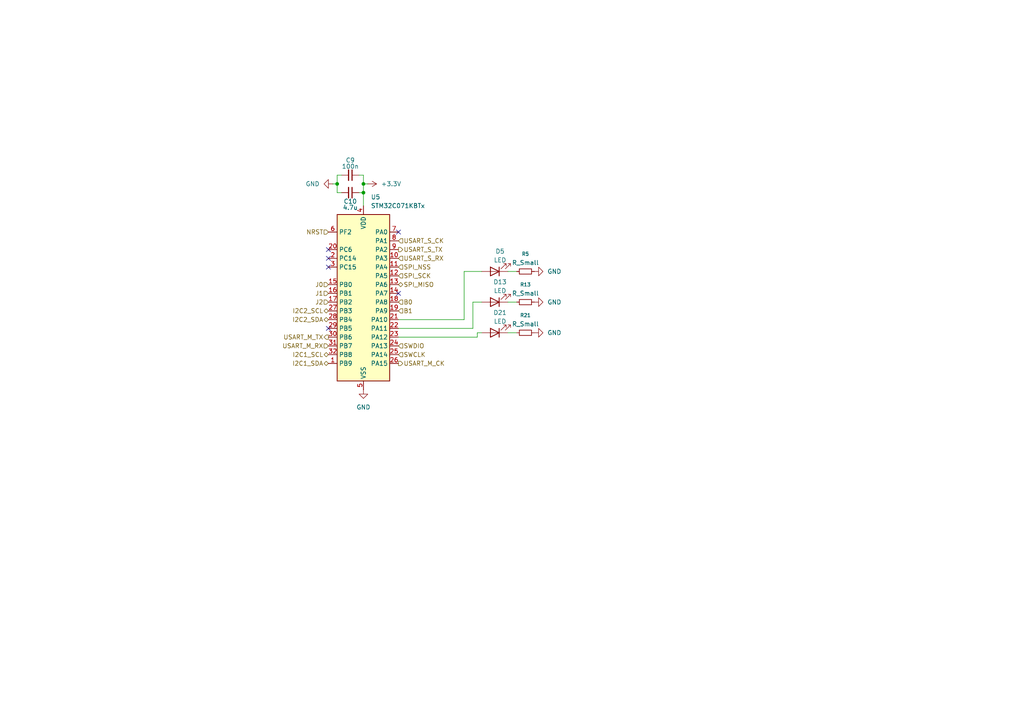
<source format=kicad_sch>
(kicad_sch (version 20250114) (generator "eeschema") (generator_version "9.0")
  (paper "A4")
  (lib_symbols
    (symbol "Device:C_Small" (pin_numbers (hide yes)) (pin_names (offset 0.254) (hide yes))
      (property "Reference" "C" (at 0.254 1.778 0))
      (property "Value" "C_Small" (at 0.254 -2.032 0))
      (symbol "C_Small_0_1"
        (polyline (pts (xy -1.524 0.508) (xy 1.524 0.508)) (stroke (width 0.3048)))
        (polyline (pts (xy -1.524 -0.508) (xy 1.524 -0.508)) (stroke (width 0.3302)))
      )
      (symbol "C_Small_1_1"
        (pin passive line (at 0 2.54 270) (length 2.032) (name "~") (number "1"))
        (pin passive line (at 0 -2.54 90) (length 2.032) (name "~") (number "2"))
      )
    )
    (symbol "Device:LED" (pin_numbers (hide yes)) (pin_names (offset 1.016) (hide yes))
      (property "Reference" "D" (at 0 2.54 0))
      (property "Value" "LED" (at 0 -2.54 0))
      (symbol "LED_0_1"
        (polyline (pts (xy -3.048 -0.762) (xy -4.572 -2.286) (xy -3.81 -2.286) (xy -4.572 -2.286) (xy -4.572 -1.524)))
        (polyline (pts (xy -1.778 -0.762) (xy -3.302 -2.286) (xy -2.54 -2.286) (xy -3.302 -2.286) (xy -3.302 -1.524)))
        (polyline (pts (xy -1.27 0) (xy 1.27 0)))
        (polyline (pts (xy -1.27 -1.27) (xy -1.27 1.27)) (stroke (width 0.254)))
        (polyline (pts (xy 1.27 -1.27) (xy 1.27 1.27) (xy -1.27 0) (xy 1.27 -1.27)) (stroke (width 0.254)))
      )
      (symbol "LED_1_1"
        (pin passive line (at -3.81 0 0) (length 2.54) (name "K") (number "1"))
        (pin passive line (at 3.81 0 180) (length 2.54) (name "A") (number "2"))
      )
    )
    (symbol "Device:R_Small" (pin_numbers (hide yes)) (pin_names (offset 0.254) (hide yes))
      (property "Reference" "R" (at 0 0 90))
      (property "Value" "R_Small" (at 1.778 0 90))
      (symbol "R_Small_0_1"
        (rectangle (start -0.762 1.778) (end 0.762 -1.778) (stroke (width 0.2032)))
      )
      (symbol "R_Small_1_1"
        (pin passive line (at 0 2.54 270) (length 0.762) (name "~") (number "1"))
        (pin passive line (at 0 -2.54 90) (length 0.762) (name "~") (number "2"))
      )
    )
    (symbol "MCU_ST_STM32C0:STM32C071KBTx"
      (property "Reference" "U" (at -7.62 26.67 0))
      (property "Value" "STM32C071KBTx" (at 2.54 26.67 0))
      (symbol "STM32C071KBTx_0_1"
        (rectangle (start -7.62 -22.86) (end 7.62 25.4) (stroke (width 0.254)) (fill (type background)))
      )
      (symbol "STM32C071KBTx_1_1"
        (pin bidirectional line (at -10.16 20.32 0) (length 2.54) (name "PF2") (number "6"))
        (pin bidirectional line (at -10.16 15.24 0) (length 2.54) (name "PC6") (number "20"))
        (pin bidirectional line (at -10.16 12.7 0) (length 2.54) (name "PC14") (number "2"))
        (pin bidirectional line (at -10.16 10.16 0) (length 2.54) (name "PC15") (number "3"))
        (pin bidirectional line (at -10.16 5.08 0) (length 2.54) (name "PB0") (number "15"))
        (pin bidirectional line (at -10.16 2.54 0) (length 2.54) (name "PB1") (number "16"))
        (pin bidirectional line (at -10.16 0 0) (length 2.54) (name "PB2") (number "17"))
        (pin bidirectional line (at -10.16 -2.54 0) (length 2.54) (name "PB3") (number "27"))
        (pin bidirectional line (at -10.16 -5.08 0) (length 2.54) (name "PB4") (number "28"))
        (pin bidirectional line (at -10.16 -7.62 0) (length 2.54) (name "PB5") (number "29"))
        (pin bidirectional line (at -10.16 -10.16 0) (length 2.54) (name "PB6") (number "30"))
        (pin bidirectional line (at -10.16 -12.7 0) (length 2.54) (name "PB7") (number "31"))
        (pin bidirectional line (at -10.16 -15.24 0) (length 2.54) (name "PB8") (number "32"))
        (pin bidirectional line (at -10.16 -17.78 0) (length 2.54) (name "PB9") (number "1"))
        (pin power_in line (at 0 27.94 270) (length 2.54) (name "VDD") (number "4"))
        (pin power_in line (at 0 -25.4 90) (length 2.54) (name "VSS") (number "5"))
        (pin bidirectional line (at 10.16 20.32 180) (length 2.54) (name "PA0") (number "7"))
        (pin bidirectional line (at 10.16 17.78 180) (length 2.54) (name "PA1") (number "8"))
        (pin bidirectional line (at 10.16 15.24 180) (length 2.54) (name "PA2") (number "9"))
        (pin bidirectional line (at 10.16 12.7 180) (length 2.54) (name "PA3") (number "10"))
        (pin bidirectional line (at 10.16 10.16 180) (length 2.54) (name "PA4") (number "11"))
        (pin bidirectional line (at 10.16 7.62 180) (length 2.54) (name "PA5") (number "12"))
        (pin bidirectional line (at 10.16 5.08 180) (length 2.54) (name "PA6") (number "13"))
        (pin bidirectional line (at 10.16 2.54 180) (length 2.54) (name "PA7") (number "14"))
        (pin bidirectional line (at 10.16 0 180) (length 2.54) (name "PA8") (number "18"))
        (pin bidirectional line (at 10.16 -2.54 180) (length 2.54) (name "PA9") (number "19"))
        (pin bidirectional line (at 10.16 -5.08 180) (length 2.54) (name "PA10") (number "21"))
        (pin bidirectional line (at 10.16 -7.62 180) (length 2.54) (name "PA11") (number "22"))
        (pin bidirectional line (at 10.16 -10.16 180) (length 2.54) (name "PA12") (number "23"))
        (pin bidirectional line (at 10.16 -12.7 180) (length 2.54) (name "PA13") (number "24"))
        (pin bidirectional line (at 10.16 -15.24 180) (length 2.54) (name "PA14") (number "25"))
        (pin bidirectional line (at 10.16 -17.78 180) (length 2.54) (name "PA15") (number "26"))
      )
    )
    (symbol "power:+3.3V" (power) (pin_numbers (hide yes)) (pin_names (offset 0) (hide yes))
      (property "Value" "+3.3V" (at 0 3.556 0))
      (symbol "+3.3V_0_1"
        (polyline (pts (xy -0.762 1.27) (xy 0 2.54)))
        (polyline (pts (xy 0 2.54) (xy 0.762 1.27)))
        (polyline (pts (xy 0 0) (xy 0 2.54)))
      )
      (symbol "+3.3V_1_1"
        (pin power_in line (at 0 0 90) (length 0) (name "~") (number "1"))
      )
    )
    (symbol "power:GND" (power) (pin_numbers (hide yes)) (pin_names (offset 0) (hide yes))
      (property "Value" "GND" (at 0 -3.81 0))
      (symbol "GND_0_1"
        (polyline (pts (xy 0 0) (xy 0 -1.27) (xy 1.27 -1.27) (xy 0 -2.54) (xy -1.27 -1.27) (xy 0 -1.27)))
      )
      (symbol "GND_1_1"
        (pin power_in line (at 0 0 270) (length 0) (name "~") (number "1"))
      )
    )
  )
  (junction (at 97.79 53.34))
  (junction (at 105.41 53.34))
  (junction (at 105.41 55.88))
  (no_connect (at 95.25 77.47))
  (no_connect (at 115.57 85.09))
  (no_connect (at 95.25 72.39))
  (no_connect (at 115.57 67.31))
  (no_connect (at 95.25 95.25))
  (no_connect (at 95.25 74.93))
  (wire (pts (xy 149.86 96.52) (xy 147.32 96.52)))
  (wire (pts (xy 138.43 96.52) (xy 139.7 96.52)))
  (wire (pts (xy 147.32 78.74) (xy 149.86 78.74)))
  (wire (pts (xy 97.79 50.8) (xy 99.06 50.8)))
  (wire (pts (xy 137.16 87.63) (xy 139.7 87.63)))
  (wire (pts (xy 138.43 97.79) (xy 115.57 97.79)))
  (wire (pts (xy 115.57 95.25) (xy 137.16 95.25)))
  (wire (pts (xy 105.41 53.34) (xy 105.41 55.88)))
  (wire (pts (xy 97.79 50.8) (xy 97.79 53.34)))
  (wire (pts (xy 137.16 95.25) (xy 137.16 87.63)))
  (wire (pts (xy 147.32 87.63) (xy 149.86 87.63)))
  (wire (pts (xy 105.41 55.88) (xy 105.41 59.69)))
  (wire (pts (xy 97.79 53.34) (xy 97.79 55.88)))
  (wire (pts (xy 105.41 53.34) (xy 105.41 50.8)))
  (wire (pts (xy 104.14 50.8) (xy 105.41 50.8)))
  (wire (pts (xy 106.68 53.34) (xy 105.41 53.34)))
  (wire (pts (xy 115.57 92.71) (xy 134.62 92.71)))
  (wire (pts (xy 97.79 55.88) (xy 99.06 55.88)))
  (wire (pts (xy 96.52 53.34) (xy 97.79 53.34)))
  (wire (pts (xy 104.14 55.88) (xy 105.41 55.88)))
  (wire (pts (xy 138.43 96.52) (xy 138.43 97.79)))
  (wire (pts (xy 134.62 92.71) (xy 134.62 78.74)))
  (wire (pts (xy 134.62 78.74) (xy 139.7 78.74)))
  (hierarchical_label "I2C1_SDA" (shape bidirectional) (at 95.25 105.41 180))
  (hierarchical_label "USART_M_RX" (shape input) (at 95.25 100.33 180))
  (hierarchical_label "J0" (shape input) (at 95.25 82.55 180))
  (hierarchical_label "B1" (shape input) (at 115.57 90.17 0))
  (hierarchical_label "J2" (shape input) (at 95.25 87.63 180))
  (hierarchical_label "I2C1_SCL" (shape bidirectional) (at 95.25 102.87 180))
  (hierarchical_label "B0" (shape input) (at 115.57 87.63 0))
  (hierarchical_label "SWDIO" (shape input) (at 115.57 100.33 0))
  (hierarchical_label "J1" (shape input) (at 95.25 85.09 180))
  (hierarchical_label "USART_S_TX" (shape output) (at 115.57 72.39 0))
  (hierarchical_label "USART_S_CK" (shape input) (at 115.57 69.85 0))
  (hierarchical_label "I2C2_SDA" (shape bidirectional) (at 95.25 92.71 180))
  (hierarchical_label "USART_M_TX" (shape output) (at 95.25 97.79 180))
  (hierarchical_label "NRST" (shape input) (at 95.25 67.31 180))
  (hierarchical_label "USART_S_RX" (shape input) (at 115.57 74.93 0))
  (hierarchical_label "SPI_NSS" (shape input) (at 115.57 77.47 0))
  (hierarchical_label "USART_M_CK" (shape output) (at 115.57 105.41 0))
  (hierarchical_label "SPI_MISO" (shape bidirectional) (at 115.57 82.55 0))
  (hierarchical_label "I2C2_SCL" (shape bidirectional) (at 95.25 90.17 180))
  (hierarchical_label "SWCLK" (shape input) (at 115.57 102.87 0))
  (hierarchical_label "SPI_SCK" (shape input) (at 115.57 80.01 0))
  (symbol (lib_id "Device:R_Small") (at 152.4 78.74 90) (unit 1)
    (property "Reference" "R1" (at 152.4 73.66 90) (effects (font (size 1.016 1.016))))
    (property "Value" "R_Small" (at 152.4 76.2 90))
    (property "Footprint" "PCM_Resistor_SMD_AKL:R_0603_1608Metric_Pad0.98x0.95mm_HandSolder" (effects (hide yes)))
    (property "Description" "Resistor, small symbol" (effects (hide yes)))
    (instances (project "unit" (path "" (reference "R5") (unit 1)) (path "" (reference "R8") (unit 1)) (path "" (reference "R3") (unit 1)) (path "" (reference "R6") (unit 1)) (path "" (reference "R7") (unit 1)) (path "" (reference "R2") (unit 1)) (path "" (reference "R4") (unit 1)) (path "" (reference "R1") (unit 1))))
  )
  (symbol (lib_id "power:GND") (at 105.41 113.03 0) (unit 1)
    (property "Reference" "#PWR02" (effects (hide yes)))
    (property "Value" "GND" (at 105.41 118.11 0))
    (property "Description" "Power symbol creates a global label with name \"GND\" , ground" (effects (hide yes)))
    (instances (project "unit" (path "" (reference "#PWR014") (unit 1)) (path "" (reference "#PWR023") (unit 1)) (path "" (reference "#PWR08") (unit 1)) (path "" (reference "#PWR017") (unit 1)) (path "" (reference "#PWR020") (unit 1)) (path "" (reference "#PWR05") (unit 1)) (path "" (reference "#PWR011") (unit 1)) (path "" (reference "#PWR02") (unit 1))))
  )
  (symbol (lib_id "Device:LED") (at 143.51 96.52 180) (unit 1)
    (property "Reference" "D17" (at 145.034 90.678 0))
    (property "Value" "LED" (at 145.034 93.218 0))
    (property "Footprint" "LED_SMD:LED_0603_1608Metric_Pad1.05x0.95mm_HandSolder" (effects (hide yes)))
    (property "Description" "Light emitting diode" (effects (hide yes)))
    (property "Sim.Pins" "1=K 2=A" (effects (hide yes)))
    (instances (project "unit" (path "" (reference "D21") (unit 1)) (path "" (reference "D24") (unit 1)) (path "" (reference "D19") (unit 1)) (path "" (reference "D22") (unit 1)) (path "" (reference "D23") (unit 1)) (path "" (reference "D18") (unit 1)) (path "" (reference "D20") (unit 1)) (path "" (reference "D17") (unit 1))))
  )
  (symbol (lib_id "MCU_ST_STM32C0:STM32C071KBTx") (at 105.41 87.63 0) (unit 1)
    (property "Reference" "U1" (at 107.5533 57.15 0) (effects (justify left)))
    (property "Value" "STM32C071KBTx" (at 107.5533 59.69 0) (effects (justify left)))
    (property "Footprint" "Package_QFP:LQFP-32_7x7mm_P0.8mm" (effects (hide yes)))
    (property "Datasheet" "https://www.st.com/resource/en/datasheet/stm32c071kb.pdf" (effects (hide yes)))
    (property "Description" "STMicroelectronics Arm Cortex-M0+ MCU, 128KB flash, 24KB RAM, 30 GPIO, LQFP32_GP" (effects (hide yes)))
    (instances (project "unit" (path "" (reference "U5") (unit 1)) (path "" (reference "U8") (unit 1)) (path "" (reference "U3") (unit 1)) (path "" (reference "U6") (unit 1)) (path "" (reference "U7") (unit 1)) (path "" (reference "U2") (unit 1)) (path "" (reference "U4") (unit 1)) (path "" (reference "U1") (unit 1))))
  )
  (symbol (lib_id "power:GND") (at 154.94 78.74 90) (unit 1)
    (property "Reference" "#PWR041" (effects (hide yes)))
    (property "Value" "GND" (at 158.75 78.7399 90) (effects (justify right)))
    (property "Description" "Power symbol creates a global label with name \"GND\" , ground" (effects (hide yes)))
    (instances (project "unit" (path "" (reference "#PWR045") (unit 1)) (path "" (reference "#PWR048") (unit 1)) (path "" (reference "#PWR043") (unit 1)) (path "" (reference "#PWR046") (unit 1)) (path "" (reference "#PWR047") (unit 1)) (path "" (reference "#PWR042") (unit 1)) (path "" (reference "#PWR044") (unit 1)) (path "" (reference "#PWR041") (unit 1))))
  )
  (symbol (lib_id "Device:C_Small") (at 101.6 55.88 270) (unit 1)
    (property "Reference" "C2" (at 101.6 58.42 90))
    (property "Value" "4.7u" (at 101.6 60.198 90))
    (property "Footprint" "Capacitor_SMD:C_0603_1608Metric" (effects (hide yes)))
    (property "Description" "Unpolarized capacitor, small symbol" (effects (hide yes)))
    (instances (project "unit" (path "" (reference "C10") (unit 1)) (path "" (reference "C16") (unit 1)) (path "" (reference "C6") (unit 1)) (path "" (reference "C12") (unit 1)) (path "" (reference "C14") (unit 1)) (path "" (reference "C4") (unit 1)) (path "" (reference "C8") (unit 1)) (path "" (reference "C2") (unit 1))))
  )
  (symbol (lib_id "Device:LED") (at 143.51 78.74 180) (unit 1)
    (property "Reference" "D1" (at 145.034 72.898 0))
    (property "Value" "LED" (at 145.034 75.438 0))
    (property "Footprint" "LED_SMD:LED_0603_1608Metric_Pad1.05x0.95mm_HandSolder" (effects (hide yes)))
    (property "Description" "Light emitting diode" (effects (hide yes)))
    (property "Sim.Pins" "1=K 2=A" (effects (hide yes)))
    (instances (project "unit" (path "" (reference "D5") (unit 1)) (path "" (reference "D8") (unit 1)) (path "" (reference "D3") (unit 1)) (path "" (reference "D6") (unit 1)) (path "" (reference "D7") (unit 1)) (path "" (reference "D2") (unit 1)) (path "" (reference "D4") (unit 1)) (path "" (reference "D1") (unit 1))))
  )
  (symbol (lib_id "Device:C_Small") (at 101.6 50.8 270) (unit 1)
    (property "Reference" "C1" (at 101.6 46.482 90))
    (property "Value" "100n" (at 101.6 48.26 90))
    (property "Footprint" "Capacitor_SMD:C_0603_1608Metric" (effects (hide yes)))
    (property "Description" "Unpolarized capacitor, small symbol" (effects (hide yes)))
    (instances (project "unit" (path "" (reference "C9") (unit 1)) (path "" (reference "C15") (unit 1)) (path "" (reference "C5") (unit 1)) (path "" (reference "C11") (unit 1)) (path "" (reference "C13") (unit 1)) (path "" (reference "C3") (unit 1)) (path "" (reference "C7") (unit 1)) (path "" (reference "C1") (unit 1))))
  )
  (symbol (lib_id "power:+3.3V") (at 106.68 53.34 270) (unit 1)
    (property "Reference" "#PWR01" (effects (hide yes)))
    (property "Value" "+3.3V" (at 110.49 53.3399 90) (effects (justify left)))
    (property "Description" "Power symbol creates a global label with name \"+3.3V\"" (effects (hide yes)))
    (instances (project "unit" (path "" (reference "#PWR015") (unit 1)) (path "" (reference "#PWR024") (unit 1)) (path "" (reference "#PWR09") (unit 1)) (path "" (reference "#PWR018") (unit 1)) (path "" (reference "#PWR021") (unit 1)) (path "" (reference "#PWR06") (unit 1)) (path "" (reference "#PWR012") (unit 1)) (path "" (reference "#PWR01") (unit 1))))
  )
  (symbol (lib_id "power:GND") (at 96.52 53.34 270) (unit 1)
    (property "Reference" "#PWR03" (effects (hide yes)))
    (property "Value" "GND" (at 92.71 53.3399 90) (effects (justify right)))
    (property "Description" "Power symbol creates a global label with name \"GND\" , ground" (effects (hide yes)))
    (instances (project "unit" (path "" (reference "#PWR013") (unit 1)) (path "" (reference "#PWR022") (unit 1)) (path "" (reference "#PWR07") (unit 1)) (path "" (reference "#PWR016") (unit 1)) (path "" (reference "#PWR019") (unit 1)) (path "" (reference "#PWR04") (unit 1)) (path "" (reference "#PWR010") (unit 1)) (path "" (reference "#PWR03") (unit 1))))
  )
  (symbol (lib_id "Device:LED") (at 143.51 87.63 180) (unit 1)
    (property "Reference" "D9" (at 145.034 81.788 0))
    (property "Value" "LED" (at 145.034 84.328 0))
    (property "Footprint" "LED_SMD:LED_0603_1608Metric_Pad1.05x0.95mm_HandSolder" (effects (hide yes)))
    (property "Description" "Light emitting diode" (effects (hide yes)))
    (property "Sim.Pins" "1=K 2=A" (effects (hide yes)))
    (instances (project "unit" (path "" (reference "D13") (unit 1)) (path "" (reference "D16") (unit 1)) (path "" (reference "D11") (unit 1)) (path "" (reference "D14") (unit 1)) (path "" (reference "D15") (unit 1)) (path "" (reference "D10") (unit 1)) (path "" (reference "D12") (unit 1)) (path "" (reference "D9") (unit 1))))
  )
  (symbol (lib_id "Device:R_Small") (at 152.4 96.52 90) (unit 1)
    (property "Reference" "R17" (at 152.4 91.44 90) (effects (font (size 1.016 1.016))))
    (property "Value" "R_Small" (at 152.4 93.98 90))
    (property "Footprint" "PCM_Resistor_SMD_AKL:R_0603_1608Metric_Pad0.98x0.95mm_HandSolder" (effects (hide yes)))
    (property "Description" "Resistor, small symbol" (effects (hide yes)))
    (instances (project "unit" (path "" (reference "R21") (unit 1)) (path "" (reference "R24") (unit 1)) (path "" (reference "R19") (unit 1)) (path "" (reference "R22") (unit 1)) (path "" (reference "R23") (unit 1)) (path "" (reference "R18") (unit 1)) (path "" (reference "R20") (unit 1)) (path "" (reference "R17") (unit 1))))
  )
  (symbol (lib_id "Device:R_Small") (at 152.4 87.63 90) (unit 1)
    (property "Reference" "R9" (at 152.4 82.55 90) (effects (font (size 1.016 1.016))))
    (property "Value" "R_Small" (at 152.4 85.09 90))
    (property "Footprint" "PCM_Resistor_SMD_AKL:R_0603_1608Metric_Pad0.98x0.95mm_HandSolder" (effects (hide yes)))
    (property "Description" "Resistor, small symbol" (effects (hide yes)))
    (instances (project "unit" (path "" (reference "R13") (unit 1)) (path "" (reference "R16") (unit 1)) (path "" (reference "R11") (unit 1)) (path "" (reference "R14") (unit 1)) (path "" (reference "R15") (unit 1)) (path "" (reference "R10") (unit 1)) (path "" (reference "R12") (unit 1)) (path "" (reference "R9") (unit 1))))
  )
  (symbol (lib_id "power:GND") (at 154.94 87.63 90) (unit 1)
    (property "Reference" "#PWR033" (effects (hide yes)))
    (property "Value" "GND" (at 158.75 87.6299 90) (effects (justify right)))
    (property "Description" "Power symbol creates a global label with name \"GND\" , ground" (effects (hide yes)))
    (instances (project "unit" (path "" (reference "#PWR037") (unit 1)) (path "" (reference "#PWR040") (unit 1)) (path "" (reference "#PWR035") (unit 1)) (path "" (reference "#PWR038") (unit 1)) (path "" (reference "#PWR039") (unit 1)) (path "" (reference "#PWR034") (unit 1)) (path "" (reference "#PWR036") (unit 1)) (path "" (reference "#PWR033") (unit 1))))
  )
  (symbol (lib_id "power:GND") (at 154.94 96.52 90) (unit 1)
    (property "Reference" "#PWR025" (effects (hide yes)))
    (property "Value" "GND" (at 158.75 96.5199 90) (effects (justify right)))
    (property "Description" "Power symbol creates a global label with name \"GND\" , ground" (effects (hide yes)))
    (instances (project "unit" (path "" (reference "#PWR029") (unit 1)) (path "" (reference "#PWR032") (unit 1)) (path "" (reference "#PWR027") (unit 1)) (path "" (reference "#PWR030") (unit 1)) (path "" (reference "#PWR031") (unit 1)) (path "" (reference "#PWR026") (unit 1)) (path "" (reference "#PWR028") (unit 1)) (path "" (reference "#PWR025") (unit 1))))
  )
)
</source>
